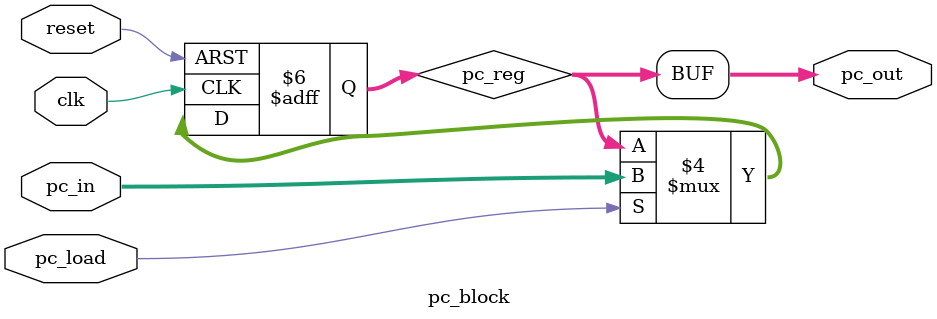
<source format=v>
`timescale 1ns / 1ps


module pc_block(
    input pc_load,
    input reset,
    input [3:0] pc_in,
    output [3:0] pc_out,
    input clk
    );
    reg [3:0] pc_reg;
    assign pc_out = pc_reg;
    
    always @(posedge clk, negedge reset) begin
        if(!reset) pc_reg <= 0;
        else if(pc_load == 1'b1) pc_reg <= pc_in;
    end
    
endmodule

</source>
